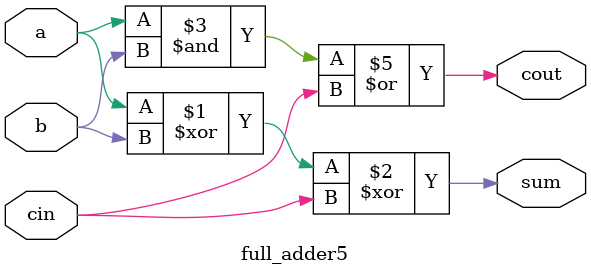
<source format=v>
module full_adder5(a,b,cin,sum,cout);
input a,b,cin;
output sum,cout;
assign sum = a^b^cin;
assign cout = a&b|cin&(1'b1); 
// initial begin
//     $display("The incorrect adder with or0 and and1 having out/1 and in1/1");
// end   
endmodule
</source>
